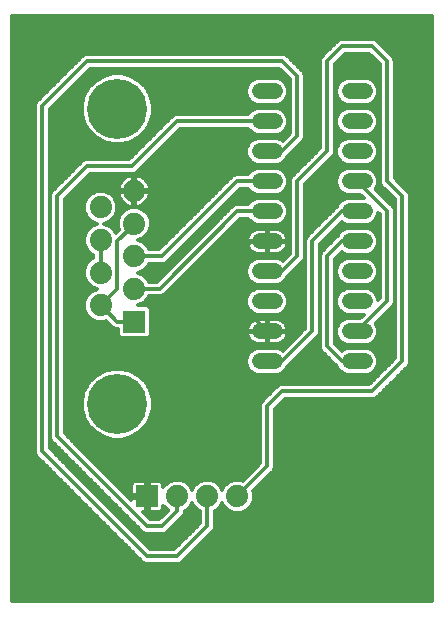
<source format=gbl>
G75*
%MOIN*%
%OFA0B0*%
%FSLAX25Y25*%
%IPPOS*%
%LPD*%
%AMOC8*
5,1,8,0,0,1.08239X$1,22.5*
%
%ADD10C,0.05200*%
%ADD11R,0.07400X0.07400*%
%ADD12C,0.07400*%
%ADD13C,0.20000*%
%ADD14C,0.01200*%
D10*
X0111032Y0175000D02*
X0116232Y0175000D01*
X0116232Y0185000D02*
X0111032Y0185000D01*
X0111032Y0195000D02*
X0116232Y0195000D01*
X0116232Y0205000D02*
X0111032Y0205000D01*
X0111032Y0215000D02*
X0116232Y0215000D01*
X0116232Y0225000D02*
X0111032Y0225000D01*
X0111032Y0235000D02*
X0116232Y0235000D01*
X0116232Y0245000D02*
X0111032Y0245000D01*
X0111032Y0255000D02*
X0116232Y0255000D01*
X0116232Y0265000D02*
X0111032Y0265000D01*
X0141032Y0265000D02*
X0146232Y0265000D01*
X0146232Y0255000D02*
X0141032Y0255000D01*
X0141032Y0245000D02*
X0146232Y0245000D01*
X0146232Y0235000D02*
X0141032Y0235000D01*
X0141032Y0225000D02*
X0146232Y0225000D01*
X0146232Y0215000D02*
X0141032Y0215000D01*
X0141032Y0205000D02*
X0146232Y0205000D01*
X0146232Y0195000D02*
X0141032Y0195000D01*
X0141032Y0185000D02*
X0146232Y0185000D01*
X0146232Y0175000D02*
X0141032Y0175000D01*
D11*
X0069223Y0188189D03*
X0073632Y0130000D03*
D12*
X0083632Y0130000D03*
X0093632Y0130000D03*
X0103632Y0130000D03*
X0058042Y0193661D03*
X0069223Y0199094D03*
X0058042Y0204567D03*
X0069223Y0210000D03*
X0058042Y0215433D03*
X0069223Y0220906D03*
X0058042Y0226339D03*
X0069223Y0231811D03*
D13*
X0063632Y0259213D03*
X0063632Y0160787D03*
D14*
X0028632Y0095000D02*
X0028632Y0290000D01*
X0168632Y0290000D01*
X0168632Y0095000D01*
X0028632Y0095000D01*
X0028632Y0095881D02*
X0168632Y0095881D01*
X0168632Y0097079D02*
X0028632Y0097079D01*
X0028632Y0098278D02*
X0168632Y0098278D01*
X0168632Y0099476D02*
X0028632Y0099476D01*
X0028632Y0100675D02*
X0168632Y0100675D01*
X0168632Y0101873D02*
X0028632Y0101873D01*
X0028632Y0103072D02*
X0168632Y0103072D01*
X0168632Y0104270D02*
X0028632Y0104270D01*
X0028632Y0105469D02*
X0168632Y0105469D01*
X0168632Y0106668D02*
X0028632Y0106668D01*
X0028632Y0107866D02*
X0072513Y0107866D01*
X0072273Y0107965D02*
X0073155Y0107600D01*
X0084110Y0107600D01*
X0084992Y0107965D01*
X0094992Y0117965D01*
X0095667Y0118641D01*
X0096032Y0119523D01*
X0096032Y0125041D01*
X0096748Y0125337D01*
X0098295Y0126884D01*
X0098632Y0127699D01*
X0098970Y0126884D01*
X0100517Y0125337D01*
X0102538Y0124500D01*
X0104726Y0124500D01*
X0106748Y0125337D01*
X0108295Y0126884D01*
X0109132Y0128906D01*
X0109132Y0131094D01*
X0108836Y0131810D01*
X0115667Y0138641D01*
X0116032Y0139523D01*
X0116032Y0159006D01*
X0119626Y0162600D01*
X0149110Y0162600D01*
X0149992Y0162965D01*
X0150667Y0163641D01*
X0160667Y0173641D01*
X0161032Y0174523D01*
X0161032Y0230477D01*
X0160667Y0231359D01*
X0159992Y0232035D01*
X0156032Y0235994D01*
X0156032Y0275477D01*
X0155667Y0276359D01*
X0154992Y0277035D01*
X0149992Y0282035D01*
X0149110Y0282400D01*
X0138155Y0282400D01*
X0137273Y0282035D01*
X0136598Y0281359D01*
X0131598Y0276359D01*
X0131232Y0275477D01*
X0131232Y0245994D01*
X0121598Y0236359D01*
X0121232Y0235477D01*
X0121232Y0210994D01*
X0118846Y0208608D01*
X0118725Y0208730D01*
X0117107Y0209400D01*
X0110157Y0209400D01*
X0108540Y0208730D01*
X0107302Y0207492D01*
X0106632Y0205875D01*
X0106632Y0204125D01*
X0107302Y0202508D01*
X0108540Y0201270D01*
X0110157Y0200600D01*
X0117107Y0200600D01*
X0118725Y0201270D01*
X0119962Y0202508D01*
X0120265Y0203239D01*
X0124992Y0207965D01*
X0125667Y0208641D01*
X0126032Y0209523D01*
X0126032Y0234006D01*
X0134992Y0242965D01*
X0135667Y0243641D01*
X0136032Y0244523D01*
X0136032Y0274006D01*
X0139626Y0277600D01*
X0147638Y0277600D01*
X0151232Y0274006D01*
X0151232Y0234523D01*
X0151598Y0233641D01*
X0156232Y0229006D01*
X0156232Y0175994D01*
X0147638Y0167400D01*
X0118155Y0167400D01*
X0117273Y0167035D01*
X0112273Y0162035D01*
X0111598Y0161359D01*
X0111232Y0160477D01*
X0111232Y0140994D01*
X0105442Y0135204D01*
X0104726Y0135500D01*
X0102538Y0135500D01*
X0100517Y0134663D01*
X0098970Y0133115D01*
X0098632Y0132301D01*
X0098295Y0133115D01*
X0096748Y0134663D01*
X0094726Y0135500D01*
X0092538Y0135500D01*
X0090517Y0134663D01*
X0088970Y0133115D01*
X0088632Y0132301D01*
X0088295Y0133115D01*
X0086748Y0134663D01*
X0084726Y0135500D01*
X0082538Y0135500D01*
X0080517Y0134663D01*
X0078970Y0133115D01*
X0078932Y0133025D01*
X0078932Y0133911D01*
X0078823Y0134318D01*
X0078613Y0134682D01*
X0078315Y0134980D01*
X0077950Y0135191D01*
X0077543Y0135300D01*
X0074032Y0135300D01*
X0074032Y0130400D01*
X0073232Y0130400D01*
X0073232Y0129600D01*
X0068332Y0129600D01*
X0068332Y0128694D01*
X0046032Y0150994D01*
X0046032Y0229006D01*
X0054626Y0237600D01*
X0069110Y0237600D01*
X0069992Y0237965D01*
X0084626Y0252600D01*
X0107264Y0252600D01*
X0107302Y0252508D01*
X0108540Y0251270D01*
X0110157Y0250600D01*
X0117107Y0250600D01*
X0118725Y0251270D01*
X0119962Y0252508D01*
X0120632Y0254125D01*
X0120632Y0255875D01*
X0119962Y0257492D01*
X0118725Y0258730D01*
X0117107Y0259400D01*
X0110157Y0259400D01*
X0108540Y0258730D01*
X0107302Y0257492D01*
X0107264Y0257400D01*
X0083155Y0257400D01*
X0082273Y0257035D01*
X0067638Y0242400D01*
X0053155Y0242400D01*
X0052273Y0242035D01*
X0042273Y0232035D01*
X0042273Y0232035D01*
X0041598Y0231359D01*
X0041232Y0230477D01*
X0041232Y0149523D01*
X0041598Y0148641D01*
X0071598Y0118641D01*
X0072273Y0117965D01*
X0073155Y0117600D01*
X0079110Y0117600D01*
X0079992Y0117965D01*
X0084992Y0122965D01*
X0085667Y0123641D01*
X0086032Y0124523D01*
X0086032Y0125041D01*
X0086748Y0125337D01*
X0088295Y0126884D01*
X0088632Y0127699D01*
X0088970Y0126884D01*
X0090517Y0125337D01*
X0091232Y0125041D01*
X0091232Y0120994D01*
X0082638Y0112400D01*
X0074626Y0112400D01*
X0041032Y0145994D01*
X0041032Y0259006D01*
X0054626Y0272600D01*
X0117638Y0272600D01*
X0121232Y0269006D01*
X0121232Y0250994D01*
X0118846Y0248608D01*
X0118725Y0248730D01*
X0117107Y0249400D01*
X0110157Y0249400D01*
X0108540Y0248730D01*
X0107302Y0247492D01*
X0106632Y0245875D01*
X0106632Y0244125D01*
X0107302Y0242508D01*
X0108540Y0241270D01*
X0110157Y0240600D01*
X0117107Y0240600D01*
X0118725Y0241270D01*
X0119962Y0242508D01*
X0120265Y0243239D01*
X0124992Y0247965D01*
X0125667Y0248641D01*
X0126032Y0249523D01*
X0126032Y0270477D01*
X0125667Y0271359D01*
X0120667Y0276359D01*
X0119992Y0277035D01*
X0119110Y0277400D01*
X0053155Y0277400D01*
X0052273Y0277035D01*
X0037273Y0262035D01*
X0036598Y0261359D01*
X0036232Y0260477D01*
X0036232Y0144523D01*
X0036598Y0143641D01*
X0071598Y0108641D01*
X0072273Y0107965D01*
X0071174Y0109065D02*
X0028632Y0109065D01*
X0028632Y0110263D02*
X0069975Y0110263D01*
X0068777Y0111462D02*
X0028632Y0111462D01*
X0028632Y0112660D02*
X0067578Y0112660D01*
X0066380Y0113859D02*
X0028632Y0113859D01*
X0028632Y0115057D02*
X0065181Y0115057D01*
X0063983Y0116256D02*
X0028632Y0116256D01*
X0028632Y0117454D02*
X0062784Y0117454D01*
X0061586Y0118653D02*
X0028632Y0118653D01*
X0028632Y0119851D02*
X0060387Y0119851D01*
X0059189Y0121050D02*
X0028632Y0121050D01*
X0028632Y0122248D02*
X0057990Y0122248D01*
X0056791Y0123447D02*
X0028632Y0123447D01*
X0028632Y0124645D02*
X0055593Y0124645D01*
X0054394Y0125844D02*
X0028632Y0125844D01*
X0028632Y0127042D02*
X0053196Y0127042D01*
X0051997Y0128241D02*
X0028632Y0128241D01*
X0028632Y0129439D02*
X0050799Y0129439D01*
X0049600Y0130638D02*
X0028632Y0130638D01*
X0028632Y0131836D02*
X0048402Y0131836D01*
X0047203Y0133035D02*
X0028632Y0133035D01*
X0028632Y0134233D02*
X0046005Y0134233D01*
X0044806Y0135432D02*
X0028632Y0135432D01*
X0028632Y0136630D02*
X0043608Y0136630D01*
X0042409Y0137829D02*
X0028632Y0137829D01*
X0028632Y0139027D02*
X0041211Y0139027D01*
X0040012Y0140226D02*
X0028632Y0140226D01*
X0028632Y0141424D02*
X0038814Y0141424D01*
X0037615Y0142623D02*
X0028632Y0142623D01*
X0028632Y0143821D02*
X0036523Y0143821D01*
X0036232Y0145020D02*
X0028632Y0145020D01*
X0028632Y0146218D02*
X0036232Y0146218D01*
X0036232Y0147417D02*
X0028632Y0147417D01*
X0028632Y0148615D02*
X0036232Y0148615D01*
X0036232Y0149814D02*
X0028632Y0149814D01*
X0028632Y0151012D02*
X0036232Y0151012D01*
X0036232Y0152211D02*
X0028632Y0152211D01*
X0028632Y0153409D02*
X0036232Y0153409D01*
X0036232Y0154608D02*
X0028632Y0154608D01*
X0028632Y0155806D02*
X0036232Y0155806D01*
X0036232Y0157005D02*
X0028632Y0157005D01*
X0028632Y0158203D02*
X0036232Y0158203D01*
X0036232Y0159402D02*
X0028632Y0159402D01*
X0028632Y0160601D02*
X0036232Y0160601D01*
X0036232Y0161799D02*
X0028632Y0161799D01*
X0028632Y0162998D02*
X0036232Y0162998D01*
X0036232Y0164196D02*
X0028632Y0164196D01*
X0028632Y0165395D02*
X0036232Y0165395D01*
X0036232Y0166593D02*
X0028632Y0166593D01*
X0028632Y0167792D02*
X0036232Y0167792D01*
X0036232Y0168990D02*
X0028632Y0168990D01*
X0028632Y0170189D02*
X0036232Y0170189D01*
X0036232Y0171387D02*
X0028632Y0171387D01*
X0028632Y0172586D02*
X0036232Y0172586D01*
X0036232Y0173784D02*
X0028632Y0173784D01*
X0028632Y0174983D02*
X0036232Y0174983D01*
X0036232Y0176181D02*
X0028632Y0176181D01*
X0028632Y0177380D02*
X0036232Y0177380D01*
X0036232Y0178578D02*
X0028632Y0178578D01*
X0028632Y0179777D02*
X0036232Y0179777D01*
X0036232Y0180975D02*
X0028632Y0180975D01*
X0028632Y0182174D02*
X0036232Y0182174D01*
X0036232Y0183372D02*
X0028632Y0183372D01*
X0028632Y0184571D02*
X0036232Y0184571D01*
X0036232Y0185769D02*
X0028632Y0185769D01*
X0028632Y0186968D02*
X0036232Y0186968D01*
X0036232Y0188166D02*
X0028632Y0188166D01*
X0028632Y0189365D02*
X0036232Y0189365D01*
X0036232Y0190563D02*
X0028632Y0190563D01*
X0028632Y0191762D02*
X0036232Y0191762D01*
X0036232Y0192960D02*
X0028632Y0192960D01*
X0028632Y0194159D02*
X0036232Y0194159D01*
X0036232Y0195357D02*
X0028632Y0195357D01*
X0028632Y0196556D02*
X0036232Y0196556D01*
X0036232Y0197754D02*
X0028632Y0197754D01*
X0028632Y0198953D02*
X0036232Y0198953D01*
X0036232Y0200151D02*
X0028632Y0200151D01*
X0028632Y0201350D02*
X0036232Y0201350D01*
X0036232Y0202548D02*
X0028632Y0202548D01*
X0028632Y0203747D02*
X0036232Y0203747D01*
X0036232Y0204945D02*
X0028632Y0204945D01*
X0028632Y0206144D02*
X0036232Y0206144D01*
X0036232Y0207342D02*
X0028632Y0207342D01*
X0028632Y0208541D02*
X0036232Y0208541D01*
X0036232Y0209739D02*
X0028632Y0209739D01*
X0028632Y0210938D02*
X0036232Y0210938D01*
X0036232Y0212137D02*
X0028632Y0212137D01*
X0028632Y0213335D02*
X0036232Y0213335D01*
X0036232Y0214534D02*
X0028632Y0214534D01*
X0028632Y0215732D02*
X0036232Y0215732D01*
X0036232Y0216931D02*
X0028632Y0216931D01*
X0028632Y0218129D02*
X0036232Y0218129D01*
X0036232Y0219328D02*
X0028632Y0219328D01*
X0028632Y0220526D02*
X0036232Y0220526D01*
X0036232Y0221725D02*
X0028632Y0221725D01*
X0028632Y0222923D02*
X0036232Y0222923D01*
X0036232Y0224122D02*
X0028632Y0224122D01*
X0028632Y0225320D02*
X0036232Y0225320D01*
X0036232Y0226519D02*
X0028632Y0226519D01*
X0028632Y0227717D02*
X0036232Y0227717D01*
X0036232Y0228916D02*
X0028632Y0228916D01*
X0028632Y0230114D02*
X0036232Y0230114D01*
X0036232Y0231313D02*
X0028632Y0231313D01*
X0028632Y0232511D02*
X0036232Y0232511D01*
X0036232Y0233710D02*
X0028632Y0233710D01*
X0028632Y0234908D02*
X0036232Y0234908D01*
X0036232Y0236107D02*
X0028632Y0236107D01*
X0028632Y0237305D02*
X0036232Y0237305D01*
X0036232Y0238504D02*
X0028632Y0238504D01*
X0028632Y0239702D02*
X0036232Y0239702D01*
X0036232Y0240901D02*
X0028632Y0240901D01*
X0028632Y0242099D02*
X0036232Y0242099D01*
X0036232Y0243298D02*
X0028632Y0243298D01*
X0028632Y0244496D02*
X0036232Y0244496D01*
X0036232Y0245695D02*
X0028632Y0245695D01*
X0028632Y0246893D02*
X0036232Y0246893D01*
X0036232Y0248092D02*
X0028632Y0248092D01*
X0028632Y0249290D02*
X0036232Y0249290D01*
X0036232Y0250489D02*
X0028632Y0250489D01*
X0028632Y0251687D02*
X0036232Y0251687D01*
X0036232Y0252886D02*
X0028632Y0252886D01*
X0028632Y0254084D02*
X0036232Y0254084D01*
X0036232Y0255283D02*
X0028632Y0255283D01*
X0028632Y0256481D02*
X0036232Y0256481D01*
X0036232Y0257680D02*
X0028632Y0257680D01*
X0028632Y0258878D02*
X0036232Y0258878D01*
X0036232Y0260077D02*
X0028632Y0260077D01*
X0028632Y0261275D02*
X0036563Y0261275D01*
X0037712Y0262474D02*
X0028632Y0262474D01*
X0028632Y0263672D02*
X0038911Y0263672D01*
X0040109Y0264871D02*
X0028632Y0264871D01*
X0028632Y0266070D02*
X0041308Y0266070D01*
X0042506Y0267268D02*
X0028632Y0267268D01*
X0028632Y0268467D02*
X0043705Y0268467D01*
X0044903Y0269665D02*
X0028632Y0269665D01*
X0028632Y0270864D02*
X0046102Y0270864D01*
X0047300Y0272062D02*
X0028632Y0272062D01*
X0028632Y0273261D02*
X0048499Y0273261D01*
X0049697Y0274459D02*
X0028632Y0274459D01*
X0028632Y0275658D02*
X0050896Y0275658D01*
X0052094Y0276856D02*
X0028632Y0276856D01*
X0028632Y0278055D02*
X0133293Y0278055D01*
X0134491Y0279253D02*
X0028632Y0279253D01*
X0028632Y0280452D02*
X0135690Y0280452D01*
X0136888Y0281650D02*
X0028632Y0281650D01*
X0028632Y0282849D02*
X0168632Y0282849D01*
X0168632Y0284047D02*
X0028632Y0284047D01*
X0028632Y0285246D02*
X0168632Y0285246D01*
X0168632Y0286444D02*
X0028632Y0286444D01*
X0028632Y0287643D02*
X0168632Y0287643D01*
X0168632Y0288841D02*
X0028632Y0288841D01*
X0053632Y0275000D02*
X0038632Y0260000D01*
X0038632Y0145000D01*
X0073632Y0110000D01*
X0083632Y0110000D01*
X0093632Y0120000D01*
X0093632Y0130000D01*
X0090010Y0125844D02*
X0087254Y0125844D01*
X0088360Y0127042D02*
X0088904Y0127042D01*
X0091232Y0124645D02*
X0086032Y0124645D01*
X0085473Y0123447D02*
X0091232Y0123447D01*
X0091232Y0122248D02*
X0084275Y0122248D01*
X0083076Y0121050D02*
X0091232Y0121050D01*
X0090089Y0119851D02*
X0081878Y0119851D01*
X0080679Y0118653D02*
X0088891Y0118653D01*
X0087692Y0117454D02*
X0069572Y0117454D01*
X0068374Y0118653D02*
X0071586Y0118653D01*
X0070387Y0119851D02*
X0067175Y0119851D01*
X0065977Y0121050D02*
X0069189Y0121050D01*
X0067990Y0122248D02*
X0064778Y0122248D01*
X0063580Y0123447D02*
X0066791Y0123447D01*
X0065593Y0124645D02*
X0062381Y0124645D01*
X0061183Y0125844D02*
X0064394Y0125844D01*
X0063196Y0127042D02*
X0059984Y0127042D01*
X0058786Y0128241D02*
X0061997Y0128241D01*
X0060799Y0129439D02*
X0057587Y0129439D01*
X0056389Y0130638D02*
X0059600Y0130638D01*
X0058402Y0131836D02*
X0055190Y0131836D01*
X0053992Y0133035D02*
X0057203Y0133035D01*
X0056005Y0134233D02*
X0052793Y0134233D01*
X0051595Y0135432D02*
X0054806Y0135432D01*
X0053608Y0136630D02*
X0050396Y0136630D01*
X0049198Y0137829D02*
X0052409Y0137829D01*
X0051211Y0139027D02*
X0047999Y0139027D01*
X0046801Y0140226D02*
X0050012Y0140226D01*
X0048814Y0141424D02*
X0045602Y0141424D01*
X0044404Y0142623D02*
X0047615Y0142623D01*
X0046417Y0143821D02*
X0043205Y0143821D01*
X0042007Y0145020D02*
X0045218Y0145020D01*
X0044020Y0146218D02*
X0041032Y0146218D01*
X0041032Y0147417D02*
X0042821Y0147417D01*
X0041623Y0148615D02*
X0041032Y0148615D01*
X0041032Y0149814D02*
X0041232Y0149814D01*
X0041232Y0151012D02*
X0041032Y0151012D01*
X0041032Y0152211D02*
X0041232Y0152211D01*
X0041232Y0153409D02*
X0041032Y0153409D01*
X0041032Y0154608D02*
X0041232Y0154608D01*
X0041232Y0155806D02*
X0041032Y0155806D01*
X0041032Y0157005D02*
X0041232Y0157005D01*
X0041232Y0158203D02*
X0041032Y0158203D01*
X0041032Y0159402D02*
X0041232Y0159402D01*
X0041232Y0160601D02*
X0041032Y0160601D01*
X0041032Y0161799D02*
X0041232Y0161799D01*
X0041232Y0162998D02*
X0041032Y0162998D01*
X0041032Y0164196D02*
X0041232Y0164196D01*
X0041232Y0165395D02*
X0041032Y0165395D01*
X0041032Y0166593D02*
X0041232Y0166593D01*
X0041232Y0167792D02*
X0041032Y0167792D01*
X0041032Y0168990D02*
X0041232Y0168990D01*
X0041232Y0170189D02*
X0041032Y0170189D01*
X0041032Y0171387D02*
X0041232Y0171387D01*
X0041232Y0172586D02*
X0041032Y0172586D01*
X0041032Y0173784D02*
X0041232Y0173784D01*
X0041232Y0174983D02*
X0041032Y0174983D01*
X0041032Y0176181D02*
X0041232Y0176181D01*
X0041232Y0177380D02*
X0041032Y0177380D01*
X0041032Y0178578D02*
X0041232Y0178578D01*
X0041232Y0179777D02*
X0041032Y0179777D01*
X0041032Y0180975D02*
X0041232Y0180975D01*
X0041232Y0182174D02*
X0041032Y0182174D01*
X0041032Y0183372D02*
X0041232Y0183372D01*
X0041232Y0184571D02*
X0041032Y0184571D01*
X0041032Y0185769D02*
X0041232Y0185769D01*
X0041232Y0186968D02*
X0041032Y0186968D01*
X0041032Y0188166D02*
X0041232Y0188166D01*
X0041232Y0189365D02*
X0041032Y0189365D01*
X0041032Y0190563D02*
X0041232Y0190563D01*
X0041232Y0191762D02*
X0041032Y0191762D01*
X0041032Y0192960D02*
X0041232Y0192960D01*
X0041232Y0194159D02*
X0041032Y0194159D01*
X0041032Y0195357D02*
X0041232Y0195357D01*
X0041232Y0196556D02*
X0041032Y0196556D01*
X0041032Y0197754D02*
X0041232Y0197754D01*
X0041232Y0198953D02*
X0041032Y0198953D01*
X0041032Y0200151D02*
X0041232Y0200151D01*
X0041232Y0201350D02*
X0041032Y0201350D01*
X0041032Y0202548D02*
X0041232Y0202548D01*
X0041232Y0203747D02*
X0041032Y0203747D01*
X0041032Y0204945D02*
X0041232Y0204945D01*
X0041232Y0206144D02*
X0041032Y0206144D01*
X0041032Y0207342D02*
X0041232Y0207342D01*
X0041232Y0208541D02*
X0041032Y0208541D01*
X0041032Y0209739D02*
X0041232Y0209739D01*
X0041232Y0210938D02*
X0041032Y0210938D01*
X0041032Y0212137D02*
X0041232Y0212137D01*
X0041232Y0213335D02*
X0041032Y0213335D01*
X0041032Y0214534D02*
X0041232Y0214534D01*
X0041232Y0215732D02*
X0041032Y0215732D01*
X0041032Y0216931D02*
X0041232Y0216931D01*
X0041232Y0218129D02*
X0041032Y0218129D01*
X0041032Y0219328D02*
X0041232Y0219328D01*
X0041232Y0220526D02*
X0041032Y0220526D01*
X0041032Y0221725D02*
X0041232Y0221725D01*
X0041232Y0222923D02*
X0041032Y0222923D01*
X0041032Y0224122D02*
X0041232Y0224122D01*
X0041232Y0225320D02*
X0041032Y0225320D01*
X0041032Y0226519D02*
X0041232Y0226519D01*
X0041232Y0227717D02*
X0041032Y0227717D01*
X0041032Y0228916D02*
X0041232Y0228916D01*
X0041232Y0230114D02*
X0041032Y0230114D01*
X0041032Y0231313D02*
X0041578Y0231313D01*
X0041032Y0232511D02*
X0042749Y0232511D01*
X0043948Y0233710D02*
X0041032Y0233710D01*
X0041032Y0234908D02*
X0045146Y0234908D01*
X0046345Y0236107D02*
X0041032Y0236107D01*
X0041032Y0237305D02*
X0047543Y0237305D01*
X0048742Y0238504D02*
X0041032Y0238504D01*
X0041032Y0239702D02*
X0049940Y0239702D01*
X0051139Y0240901D02*
X0041032Y0240901D01*
X0041032Y0242099D02*
X0052429Y0242099D01*
X0053632Y0240000D02*
X0043632Y0230000D01*
X0043632Y0150000D01*
X0073632Y0120000D01*
X0078632Y0120000D01*
X0083632Y0125000D01*
X0083632Y0130000D01*
X0080010Y0125844D02*
X0078866Y0125844D01*
X0078823Y0125682D02*
X0078932Y0126089D01*
X0078932Y0126975D01*
X0078970Y0126884D01*
X0080517Y0125337D01*
X0080558Y0125320D01*
X0077638Y0122400D01*
X0074626Y0122400D01*
X0072326Y0124700D01*
X0073232Y0124700D01*
X0073232Y0129600D01*
X0074032Y0129600D01*
X0074032Y0124700D01*
X0077543Y0124700D01*
X0077950Y0124809D01*
X0078315Y0125020D01*
X0078613Y0125318D01*
X0078823Y0125682D01*
X0079883Y0124645D02*
X0072381Y0124645D01*
X0073232Y0125844D02*
X0074032Y0125844D01*
X0074032Y0127042D02*
X0073232Y0127042D01*
X0073232Y0128241D02*
X0074032Y0128241D01*
X0074032Y0129439D02*
X0073232Y0129439D01*
X0073632Y0130000D02*
X0073632Y0145000D01*
X0078632Y0150000D01*
X0078632Y0180000D01*
X0098632Y0195000D01*
X0103632Y0195000D01*
X0103632Y0210000D01*
X0108632Y0215000D01*
X0113632Y0215000D01*
X0113432Y0215200D02*
X0113432Y0214800D01*
X0106832Y0214800D01*
X0106832Y0214669D01*
X0106936Y0214016D01*
X0107140Y0213388D01*
X0107440Y0212799D01*
X0107829Y0212264D01*
X0108296Y0211796D01*
X0108831Y0211408D01*
X0109420Y0211108D01*
X0110049Y0210903D01*
X0110702Y0210800D01*
X0113432Y0210800D01*
X0113432Y0214800D01*
X0113832Y0214800D01*
X0113832Y0210800D01*
X0116563Y0210800D01*
X0117216Y0210903D01*
X0117845Y0211108D01*
X0118434Y0211408D01*
X0118968Y0211796D01*
X0119436Y0212264D01*
X0119824Y0212799D01*
X0120125Y0213388D01*
X0120329Y0214016D01*
X0120432Y0214669D01*
X0120432Y0214800D01*
X0113832Y0214800D01*
X0113832Y0215200D01*
X0113432Y0215200D01*
X0106832Y0215200D01*
X0106832Y0215331D01*
X0106936Y0215984D01*
X0107140Y0216612D01*
X0107440Y0217201D01*
X0107829Y0217736D01*
X0108296Y0218204D01*
X0108831Y0218592D01*
X0109420Y0218892D01*
X0110049Y0219097D01*
X0110702Y0219200D01*
X0113432Y0219200D01*
X0113432Y0215200D01*
X0113832Y0215200D02*
X0113832Y0219200D01*
X0116563Y0219200D01*
X0117216Y0219097D01*
X0117845Y0218892D01*
X0118434Y0218592D01*
X0118968Y0218204D01*
X0119436Y0217736D01*
X0119824Y0217201D01*
X0120125Y0216612D01*
X0120329Y0215984D01*
X0120432Y0215331D01*
X0120432Y0215200D01*
X0113832Y0215200D01*
X0113832Y0215732D02*
X0113432Y0215732D01*
X0113432Y0214534D02*
X0113832Y0214534D01*
X0113832Y0213335D02*
X0113432Y0213335D01*
X0113432Y0212137D02*
X0113832Y0212137D01*
X0113832Y0210938D02*
X0113432Y0210938D01*
X0109942Y0210938D02*
X0092964Y0210938D01*
X0091766Y0209739D02*
X0119978Y0209739D01*
X0121176Y0210938D02*
X0117322Y0210938D01*
X0119308Y0212137D02*
X0121232Y0212137D01*
X0121232Y0213335D02*
X0120098Y0213335D01*
X0120411Y0214534D02*
X0121232Y0214534D01*
X0121232Y0215732D02*
X0120369Y0215732D01*
X0119962Y0216931D02*
X0121232Y0216931D01*
X0121232Y0218129D02*
X0119043Y0218129D01*
X0121232Y0219328D02*
X0101354Y0219328D01*
X0102552Y0220526D02*
X0121232Y0220526D01*
X0121232Y0221725D02*
X0119179Y0221725D01*
X0118725Y0221270D02*
X0119962Y0222508D01*
X0120632Y0224125D01*
X0120632Y0225875D01*
X0119962Y0227492D01*
X0118725Y0228730D01*
X0117107Y0229400D01*
X0110157Y0229400D01*
X0108540Y0228730D01*
X0107302Y0227492D01*
X0107264Y0227400D01*
X0103155Y0227400D01*
X0102273Y0227035D01*
X0101598Y0226359D01*
X0076733Y0201494D01*
X0074182Y0201494D01*
X0073885Y0202210D01*
X0072338Y0203757D01*
X0070431Y0204547D01*
X0072338Y0205337D01*
X0073885Y0206884D01*
X0074182Y0207600D01*
X0079110Y0207600D01*
X0079992Y0207965D01*
X0104626Y0232600D01*
X0107264Y0232600D01*
X0107302Y0232508D01*
X0108540Y0231270D01*
X0110157Y0230600D01*
X0117107Y0230600D01*
X0118725Y0231270D01*
X0119962Y0232508D01*
X0120632Y0234125D01*
X0120632Y0235875D01*
X0119962Y0237492D01*
X0118725Y0238730D01*
X0117107Y0239400D01*
X0110157Y0239400D01*
X0108540Y0238730D01*
X0107302Y0237492D01*
X0107264Y0237400D01*
X0103155Y0237400D01*
X0102273Y0237035D01*
X0101598Y0236359D01*
X0077638Y0212400D01*
X0074182Y0212400D01*
X0073885Y0213115D01*
X0072338Y0214663D01*
X0070431Y0215453D01*
X0072338Y0216243D01*
X0073885Y0217790D01*
X0074723Y0219811D01*
X0074723Y0222000D01*
X0073885Y0224021D01*
X0072338Y0225568D01*
X0070317Y0226405D01*
X0068129Y0226405D01*
X0066107Y0225568D01*
X0064560Y0224021D01*
X0063723Y0222000D01*
X0063723Y0219811D01*
X0064111Y0218873D01*
X0063021Y0217783D01*
X0062704Y0218549D01*
X0061157Y0220096D01*
X0059250Y0220886D01*
X0061157Y0221676D01*
X0062704Y0223223D01*
X0063542Y0225245D01*
X0063542Y0227433D01*
X0062704Y0229454D01*
X0061157Y0231001D01*
X0059136Y0231839D01*
X0056948Y0231839D01*
X0054926Y0231001D01*
X0053379Y0229454D01*
X0052542Y0227433D01*
X0052542Y0225245D01*
X0053379Y0223223D01*
X0054926Y0221676D01*
X0056834Y0220886D01*
X0054926Y0220096D01*
X0053379Y0218549D01*
X0052542Y0216527D01*
X0052542Y0214339D01*
X0053379Y0212318D01*
X0054926Y0210770D01*
X0055642Y0210474D01*
X0055642Y0209526D01*
X0054926Y0209230D01*
X0053379Y0207682D01*
X0052542Y0205661D01*
X0052542Y0203473D01*
X0053379Y0201451D01*
X0054926Y0199904D01*
X0056834Y0199114D01*
X0054926Y0198324D01*
X0053379Y0196777D01*
X0052542Y0194755D01*
X0052542Y0192567D01*
X0053379Y0190546D01*
X0054926Y0188999D01*
X0056948Y0188161D01*
X0059136Y0188161D01*
X0059851Y0188458D01*
X0061480Y0186829D01*
X0062155Y0186154D01*
X0063037Y0185789D01*
X0063723Y0185789D01*
X0063723Y0183743D01*
X0064777Y0182689D01*
X0073668Y0182689D01*
X0074723Y0183743D01*
X0074723Y0192635D01*
X0073668Y0193689D01*
X0070545Y0193689D01*
X0072338Y0194432D01*
X0073885Y0195979D01*
X0074182Y0196694D01*
X0078204Y0196694D01*
X0079086Y0197060D01*
X0104626Y0222600D01*
X0107264Y0222600D01*
X0107302Y0222508D01*
X0108540Y0221270D01*
X0110157Y0220600D01*
X0117107Y0220600D01*
X0118725Y0221270D01*
X0120135Y0222923D02*
X0121232Y0222923D01*
X0121232Y0224122D02*
X0120631Y0224122D01*
X0120632Y0225320D02*
X0121232Y0225320D01*
X0121232Y0226519D02*
X0120366Y0226519D01*
X0119738Y0227717D02*
X0121232Y0227717D01*
X0121232Y0228916D02*
X0118277Y0228916D01*
X0118768Y0231313D02*
X0121232Y0231313D01*
X0121232Y0232511D02*
X0119964Y0232511D01*
X0120460Y0233710D02*
X0121232Y0233710D01*
X0121232Y0234908D02*
X0120632Y0234908D01*
X0120536Y0236107D02*
X0121493Y0236107D01*
X0122543Y0237305D02*
X0120040Y0237305D01*
X0118951Y0238504D02*
X0123742Y0238504D01*
X0124940Y0239702D02*
X0071729Y0239702D01*
X0072927Y0240901D02*
X0109431Y0240901D01*
X0107710Y0242099D02*
X0074126Y0242099D01*
X0075324Y0243298D02*
X0106975Y0243298D01*
X0106632Y0244496D02*
X0076523Y0244496D01*
X0077721Y0245695D02*
X0106632Y0245695D01*
X0107054Y0246893D02*
X0078920Y0246893D01*
X0080118Y0248092D02*
X0107902Y0248092D01*
X0109892Y0249290D02*
X0081317Y0249290D01*
X0082515Y0250489D02*
X0120727Y0250489D01*
X0121232Y0251687D02*
X0119142Y0251687D01*
X0120119Y0252886D02*
X0121232Y0252886D01*
X0121232Y0254084D02*
X0120616Y0254084D01*
X0120632Y0255283D02*
X0121232Y0255283D01*
X0121232Y0256481D02*
X0120381Y0256481D01*
X0119775Y0257680D02*
X0121232Y0257680D01*
X0121232Y0258878D02*
X0118367Y0258878D01*
X0117107Y0260600D02*
X0118725Y0261270D01*
X0119962Y0262508D01*
X0120632Y0264125D01*
X0120632Y0265875D01*
X0119962Y0267492D01*
X0118725Y0268730D01*
X0117107Y0269400D01*
X0110157Y0269400D01*
X0108540Y0268730D01*
X0107302Y0267492D01*
X0106632Y0265875D01*
X0106632Y0264125D01*
X0107302Y0262508D01*
X0108540Y0261270D01*
X0110157Y0260600D01*
X0117107Y0260600D01*
X0118730Y0261275D02*
X0121232Y0261275D01*
X0121232Y0260077D02*
X0075432Y0260077D01*
X0075432Y0260766D02*
X0074628Y0263767D01*
X0073075Y0266458D01*
X0070878Y0268655D01*
X0068187Y0270208D01*
X0065186Y0271013D01*
X0062079Y0271013D01*
X0059078Y0270208D01*
X0056387Y0268655D01*
X0054190Y0266458D01*
X0052636Y0263767D01*
X0051832Y0260766D01*
X0051832Y0257659D01*
X0052636Y0254658D01*
X0054190Y0251967D01*
X0056387Y0249770D01*
X0059078Y0248217D01*
X0062079Y0247413D01*
X0065186Y0247413D01*
X0068187Y0248217D01*
X0070878Y0249770D01*
X0073075Y0251967D01*
X0074628Y0254658D01*
X0075432Y0257659D01*
X0075432Y0260766D01*
X0075296Y0261275D02*
X0108534Y0261275D01*
X0107336Y0262474D02*
X0074975Y0262474D01*
X0074654Y0263672D02*
X0106820Y0263672D01*
X0106632Y0264871D02*
X0073991Y0264871D01*
X0073299Y0266070D02*
X0106713Y0266070D01*
X0107209Y0267268D02*
X0072265Y0267268D01*
X0071066Y0268467D02*
X0108276Y0268467D01*
X0118176Y0272062D02*
X0054088Y0272062D01*
X0052890Y0270864D02*
X0061523Y0270864D01*
X0058136Y0269665D02*
X0051691Y0269665D01*
X0050493Y0268467D02*
X0056199Y0268467D01*
X0055000Y0267268D02*
X0049294Y0267268D01*
X0048096Y0266070D02*
X0053966Y0266070D01*
X0053274Y0264871D02*
X0046897Y0264871D01*
X0045699Y0263672D02*
X0052611Y0263672D01*
X0052290Y0262474D02*
X0044500Y0262474D01*
X0043302Y0261275D02*
X0051969Y0261275D01*
X0051832Y0260077D02*
X0042103Y0260077D01*
X0041032Y0258878D02*
X0051832Y0258878D01*
X0051832Y0257680D02*
X0041032Y0257680D01*
X0041032Y0256481D02*
X0052148Y0256481D01*
X0052469Y0255283D02*
X0041032Y0255283D01*
X0041032Y0254084D02*
X0052968Y0254084D01*
X0053660Y0252886D02*
X0041032Y0252886D01*
X0041032Y0251687D02*
X0054470Y0251687D01*
X0055668Y0250489D02*
X0041032Y0250489D01*
X0041032Y0249290D02*
X0057218Y0249290D01*
X0059544Y0248092D02*
X0041032Y0248092D01*
X0041032Y0246893D02*
X0072132Y0246893D01*
X0073330Y0248092D02*
X0067721Y0248092D01*
X0070046Y0249290D02*
X0074529Y0249290D01*
X0075727Y0250489D02*
X0071596Y0250489D01*
X0072795Y0251687D02*
X0076926Y0251687D01*
X0078124Y0252886D02*
X0073605Y0252886D01*
X0074297Y0254084D02*
X0079323Y0254084D01*
X0080521Y0255283D02*
X0074796Y0255283D01*
X0075117Y0256481D02*
X0081720Y0256481D01*
X0083632Y0255000D02*
X0068632Y0240000D01*
X0053632Y0240000D01*
X0054332Y0237305D02*
X0102926Y0237305D01*
X0101345Y0236107D02*
X0072327Y0236107D01*
X0072001Y0236344D02*
X0071257Y0236723D01*
X0070464Y0236981D01*
X0069640Y0237111D01*
X0069623Y0237111D01*
X0069623Y0232211D01*
X0074523Y0232211D01*
X0074523Y0232228D01*
X0074392Y0233052D01*
X0074135Y0233846D01*
X0073756Y0234589D01*
X0073265Y0235264D01*
X0072676Y0235854D01*
X0072001Y0236344D01*
X0073524Y0234908D02*
X0100146Y0234908D01*
X0098948Y0233710D02*
X0074179Y0233710D01*
X0074478Y0232511D02*
X0097749Y0232511D01*
X0096551Y0231313D02*
X0074510Y0231313D01*
X0074523Y0231394D02*
X0074392Y0230570D01*
X0074135Y0229777D01*
X0073756Y0229033D01*
X0073265Y0228358D01*
X0072676Y0227768D01*
X0072001Y0227278D01*
X0071257Y0226899D01*
X0070464Y0226642D01*
X0069640Y0226511D01*
X0069623Y0226511D01*
X0069623Y0231411D01*
X0069623Y0232211D01*
X0068823Y0232211D01*
X0068823Y0237111D01*
X0068806Y0237111D01*
X0067982Y0236981D01*
X0067188Y0236723D01*
X0066445Y0236344D01*
X0065770Y0235854D01*
X0065180Y0235264D01*
X0064690Y0234589D01*
X0064311Y0233846D01*
X0064053Y0233052D01*
X0063923Y0232228D01*
X0063923Y0232211D01*
X0068823Y0232211D01*
X0068823Y0231411D01*
X0069623Y0231411D01*
X0074523Y0231411D01*
X0074523Y0231394D01*
X0074244Y0230114D02*
X0095352Y0230114D01*
X0094154Y0228916D02*
X0073670Y0228916D01*
X0072605Y0227717D02*
X0092955Y0227717D01*
X0091757Y0226519D02*
X0069688Y0226519D01*
X0069623Y0226519D02*
X0068823Y0226519D01*
X0068823Y0226511D02*
X0068823Y0231411D01*
X0063923Y0231411D01*
X0063923Y0231394D01*
X0064053Y0230570D01*
X0064311Y0229777D01*
X0064690Y0229033D01*
X0065180Y0228358D01*
X0065770Y0227768D01*
X0066445Y0227278D01*
X0067188Y0226899D01*
X0067982Y0226642D01*
X0068806Y0226511D01*
X0068823Y0226511D01*
X0068758Y0226519D02*
X0063542Y0226519D01*
X0063542Y0225320D02*
X0065859Y0225320D01*
X0064661Y0224122D02*
X0063077Y0224122D01*
X0062404Y0222923D02*
X0064105Y0222923D01*
X0063723Y0221725D02*
X0061206Y0221725D01*
X0060118Y0220526D02*
X0063723Y0220526D01*
X0063923Y0219328D02*
X0061925Y0219328D01*
X0062878Y0218129D02*
X0063367Y0218129D01*
X0063632Y0215000D02*
X0063632Y0199252D01*
X0058042Y0193661D01*
X0063514Y0188189D01*
X0069223Y0188189D01*
X0074723Y0188166D02*
X0108259Y0188166D01*
X0108296Y0188204D02*
X0107829Y0187736D01*
X0107440Y0187201D01*
X0107140Y0186612D01*
X0106936Y0185984D01*
X0106832Y0185331D01*
X0106832Y0185200D01*
X0113432Y0185200D01*
X0113432Y0184800D01*
X0106832Y0184800D01*
X0106832Y0184669D01*
X0106936Y0184016D01*
X0107140Y0183388D01*
X0107440Y0182799D01*
X0107829Y0182264D01*
X0108296Y0181796D01*
X0108831Y0181408D01*
X0109420Y0181108D01*
X0110049Y0180903D01*
X0110702Y0180800D01*
X0113432Y0180800D01*
X0113432Y0184800D01*
X0113832Y0184800D01*
X0113832Y0180800D01*
X0116563Y0180800D01*
X0117216Y0180903D01*
X0117845Y0181108D01*
X0118434Y0181408D01*
X0118968Y0181796D01*
X0119436Y0182264D01*
X0119824Y0182799D01*
X0120125Y0183388D01*
X0120329Y0184016D01*
X0120432Y0184669D01*
X0120432Y0184800D01*
X0113832Y0184800D01*
X0113832Y0185200D01*
X0113432Y0185200D01*
X0113432Y0189200D01*
X0110702Y0189200D01*
X0110049Y0189097D01*
X0109420Y0188892D01*
X0108831Y0188592D01*
X0108296Y0188204D01*
X0107321Y0186968D02*
X0074723Y0186968D01*
X0074723Y0185769D02*
X0106902Y0185769D01*
X0106848Y0184571D02*
X0074723Y0184571D01*
X0074352Y0183372D02*
X0107148Y0183372D01*
X0107919Y0182174D02*
X0046032Y0182174D01*
X0046032Y0183372D02*
X0064094Y0183372D01*
X0063723Y0184571D02*
X0046032Y0184571D01*
X0046032Y0185769D02*
X0063723Y0185769D01*
X0061341Y0186968D02*
X0046032Y0186968D01*
X0046032Y0188166D02*
X0056936Y0188166D01*
X0059147Y0188166D02*
X0060143Y0188166D01*
X0054560Y0189365D02*
X0046032Y0189365D01*
X0046032Y0190563D02*
X0053372Y0190563D01*
X0052875Y0191762D02*
X0046032Y0191762D01*
X0046032Y0192960D02*
X0052542Y0192960D01*
X0052542Y0194159D02*
X0046032Y0194159D01*
X0046032Y0195357D02*
X0052791Y0195357D01*
X0053287Y0196556D02*
X0046032Y0196556D01*
X0046032Y0197754D02*
X0054357Y0197754D01*
X0056444Y0198953D02*
X0046032Y0198953D01*
X0046032Y0200151D02*
X0054679Y0200151D01*
X0053481Y0201350D02*
X0046032Y0201350D01*
X0046032Y0202548D02*
X0052925Y0202548D01*
X0052542Y0203747D02*
X0046032Y0203747D01*
X0046032Y0204945D02*
X0052542Y0204945D01*
X0052742Y0206144D02*
X0046032Y0206144D01*
X0046032Y0207342D02*
X0053238Y0207342D01*
X0054238Y0208541D02*
X0046032Y0208541D01*
X0046032Y0209739D02*
X0055642Y0209739D01*
X0054759Y0210938D02*
X0046032Y0210938D01*
X0046032Y0212137D02*
X0053560Y0212137D01*
X0052958Y0213335D02*
X0046032Y0213335D01*
X0046032Y0214534D02*
X0052542Y0214534D01*
X0052542Y0215732D02*
X0046032Y0215732D01*
X0046032Y0216931D02*
X0052709Y0216931D01*
X0053205Y0218129D02*
X0046032Y0218129D01*
X0046032Y0219328D02*
X0054158Y0219328D01*
X0055965Y0220526D02*
X0046032Y0220526D01*
X0046032Y0221725D02*
X0054878Y0221725D01*
X0053679Y0222923D02*
X0046032Y0222923D01*
X0046032Y0224122D02*
X0053007Y0224122D01*
X0052542Y0225320D02*
X0046032Y0225320D01*
X0046032Y0226519D02*
X0052542Y0226519D01*
X0052660Y0227717D02*
X0046032Y0227717D01*
X0046032Y0228916D02*
X0053156Y0228916D01*
X0054039Y0230114D02*
X0047141Y0230114D01*
X0048339Y0231313D02*
X0055678Y0231313D01*
X0055443Y0231811D02*
X0048632Y0225000D01*
X0048632Y0185000D01*
X0053632Y0180000D01*
X0078632Y0180000D01*
X0074723Y0189365D02*
X0126232Y0189365D01*
X0126232Y0190563D02*
X0074723Y0190563D01*
X0074723Y0191762D02*
X0108048Y0191762D01*
X0108540Y0191270D02*
X0110157Y0190600D01*
X0117107Y0190600D01*
X0118725Y0191270D01*
X0119962Y0192508D01*
X0120632Y0194125D01*
X0120632Y0195875D01*
X0119962Y0197492D01*
X0118725Y0198730D01*
X0117107Y0199400D01*
X0110157Y0199400D01*
X0108540Y0198730D01*
X0107302Y0197492D01*
X0106632Y0195875D01*
X0106632Y0194125D01*
X0107302Y0192508D01*
X0108540Y0191270D01*
X0107115Y0192960D02*
X0074397Y0192960D01*
X0073264Y0195357D02*
X0106632Y0195357D01*
X0106632Y0194159D02*
X0071679Y0194159D01*
X0074124Y0196556D02*
X0106914Y0196556D01*
X0107564Y0197754D02*
X0079781Y0197754D01*
X0080979Y0198953D02*
X0109078Y0198953D01*
X0108460Y0201350D02*
X0083376Y0201350D01*
X0082178Y0200151D02*
X0126232Y0200151D01*
X0126232Y0198953D02*
X0118187Y0198953D01*
X0119700Y0197754D02*
X0126232Y0197754D01*
X0126232Y0196556D02*
X0120350Y0196556D01*
X0120632Y0195357D02*
X0126232Y0195357D01*
X0126232Y0194159D02*
X0120632Y0194159D01*
X0120150Y0192960D02*
X0126232Y0192960D01*
X0126232Y0191762D02*
X0119217Y0191762D01*
X0117845Y0188892D02*
X0117216Y0189097D01*
X0116563Y0189200D01*
X0113832Y0189200D01*
X0113832Y0185200D01*
X0120432Y0185200D01*
X0120432Y0185331D01*
X0120329Y0185984D01*
X0120125Y0186612D01*
X0119824Y0187201D01*
X0119436Y0187736D01*
X0118968Y0188204D01*
X0118434Y0188592D01*
X0117845Y0188892D01*
X0119006Y0188166D02*
X0126232Y0188166D01*
X0126232Y0186968D02*
X0119943Y0186968D01*
X0120363Y0185769D02*
X0126007Y0185769D01*
X0126232Y0185994D02*
X0118846Y0178608D01*
X0118725Y0178730D01*
X0117107Y0179400D01*
X0110157Y0179400D01*
X0108540Y0178730D01*
X0107302Y0177492D01*
X0106632Y0175875D01*
X0106632Y0174125D01*
X0107302Y0172508D01*
X0108540Y0171270D01*
X0110157Y0170600D01*
X0117107Y0170600D01*
X0118725Y0171270D01*
X0119962Y0172508D01*
X0120265Y0173239D01*
X0129992Y0182965D01*
X0130667Y0183641D01*
X0131032Y0184523D01*
X0131032Y0214006D01*
X0138418Y0221392D01*
X0138540Y0221270D01*
X0140157Y0220600D01*
X0147107Y0220600D01*
X0148725Y0221270D01*
X0149962Y0222508D01*
X0150632Y0224125D01*
X0150632Y0224606D01*
X0151232Y0224006D01*
X0151232Y0195994D01*
X0150632Y0195394D01*
X0150632Y0195875D01*
X0149962Y0197492D01*
X0148725Y0198730D01*
X0147107Y0199400D01*
X0140157Y0199400D01*
X0138540Y0198730D01*
X0137302Y0197492D01*
X0136632Y0195875D01*
X0136632Y0194125D01*
X0137302Y0192508D01*
X0138540Y0191270D01*
X0140157Y0190600D01*
X0145838Y0190600D01*
X0144638Y0189400D01*
X0140157Y0189400D01*
X0138540Y0188730D01*
X0137302Y0187492D01*
X0136632Y0185875D01*
X0136632Y0184125D01*
X0137302Y0182508D01*
X0138540Y0181270D01*
X0140157Y0180600D01*
X0147107Y0180600D01*
X0148725Y0181270D01*
X0149962Y0182508D01*
X0150632Y0184125D01*
X0150632Y0185875D01*
X0149962Y0187492D01*
X0149741Y0187714D01*
X0154992Y0192965D01*
X0155667Y0193641D01*
X0156032Y0194523D01*
X0156032Y0225477D01*
X0155667Y0226359D01*
X0149741Y0232286D01*
X0149962Y0232508D01*
X0150632Y0234125D01*
X0150632Y0235875D01*
X0149962Y0237492D01*
X0148725Y0238730D01*
X0147107Y0239400D01*
X0140157Y0239400D01*
X0138540Y0238730D01*
X0137302Y0237492D01*
X0136632Y0235875D01*
X0136632Y0234125D01*
X0137302Y0232508D01*
X0138540Y0231270D01*
X0140157Y0230600D01*
X0144638Y0230600D01*
X0145838Y0229400D01*
X0140157Y0229400D01*
X0138540Y0228730D01*
X0137302Y0227492D01*
X0136999Y0226761D01*
X0136598Y0226359D01*
X0126598Y0216359D01*
X0126232Y0215477D01*
X0126232Y0185994D01*
X0124809Y0184571D02*
X0120417Y0184571D01*
X0120117Y0183372D02*
X0123610Y0183372D01*
X0122412Y0182174D02*
X0119346Y0182174D01*
X0121213Y0180975D02*
X0117437Y0180975D01*
X0120015Y0179777D02*
X0046032Y0179777D01*
X0046032Y0180975D02*
X0109828Y0180975D01*
X0108388Y0178578D02*
X0046032Y0178578D01*
X0046032Y0177380D02*
X0107255Y0177380D01*
X0106759Y0176181D02*
X0046032Y0176181D01*
X0046032Y0174983D02*
X0106632Y0174983D01*
X0106773Y0173784D02*
X0046032Y0173784D01*
X0046032Y0172586D02*
X0062072Y0172586D01*
X0062079Y0172587D02*
X0059078Y0171783D01*
X0056387Y0170230D01*
X0054190Y0168033D01*
X0052636Y0165342D01*
X0051832Y0162341D01*
X0051832Y0159234D01*
X0052636Y0156233D01*
X0054190Y0153542D01*
X0056387Y0151345D01*
X0059078Y0149792D01*
X0062079Y0148987D01*
X0065186Y0148987D01*
X0068187Y0149792D01*
X0070878Y0151345D01*
X0073075Y0153542D01*
X0074628Y0156233D01*
X0075432Y0159234D01*
X0075432Y0162341D01*
X0074628Y0165342D01*
X0073075Y0168033D01*
X0070878Y0170230D01*
X0068187Y0171783D01*
X0065186Y0172587D01*
X0062079Y0172587D01*
X0065192Y0172586D02*
X0107270Y0172586D01*
X0108423Y0171387D02*
X0068873Y0171387D01*
X0070919Y0170189D02*
X0150427Y0170189D01*
X0151625Y0171387D02*
X0148842Y0171387D01*
X0148725Y0171270D02*
X0149962Y0172508D01*
X0150632Y0174125D01*
X0150632Y0175875D01*
X0149962Y0177492D01*
X0148725Y0178730D01*
X0147107Y0179400D01*
X0140157Y0179400D01*
X0138540Y0178730D01*
X0138418Y0178608D01*
X0136032Y0180994D01*
X0136032Y0209006D01*
X0138418Y0211392D01*
X0138540Y0211270D01*
X0140157Y0210600D01*
X0147107Y0210600D01*
X0148725Y0211270D01*
X0149962Y0212508D01*
X0150632Y0214125D01*
X0150632Y0215875D01*
X0149962Y0217492D01*
X0148725Y0218730D01*
X0147107Y0219400D01*
X0140157Y0219400D01*
X0138540Y0218730D01*
X0137302Y0217492D01*
X0136999Y0216761D01*
X0136598Y0216359D01*
X0131598Y0211359D01*
X0131232Y0210477D01*
X0131232Y0179523D01*
X0131598Y0178641D01*
X0132273Y0177965D01*
X0136999Y0173239D01*
X0137302Y0172508D01*
X0138540Y0171270D01*
X0140157Y0170600D01*
X0147107Y0170600D01*
X0148725Y0171270D01*
X0149995Y0172586D02*
X0152824Y0172586D01*
X0154022Y0173784D02*
X0150491Y0173784D01*
X0150632Y0174983D02*
X0155221Y0174983D01*
X0156232Y0176181D02*
X0150506Y0176181D01*
X0150009Y0177380D02*
X0156232Y0177380D01*
X0156232Y0178578D02*
X0148877Y0178578D01*
X0148013Y0180975D02*
X0156232Y0180975D01*
X0156232Y0179777D02*
X0137250Y0179777D01*
X0136051Y0180975D02*
X0139251Y0180975D01*
X0137636Y0182174D02*
X0136032Y0182174D01*
X0136032Y0183372D02*
X0136944Y0183372D01*
X0136632Y0184571D02*
X0136032Y0184571D01*
X0136032Y0185769D02*
X0136632Y0185769D01*
X0137085Y0186968D02*
X0136032Y0186968D01*
X0136032Y0188166D02*
X0137976Y0188166D01*
X0136032Y0189365D02*
X0140072Y0189365D01*
X0138048Y0191762D02*
X0136032Y0191762D01*
X0136032Y0192960D02*
X0137115Y0192960D01*
X0136632Y0194159D02*
X0136032Y0194159D01*
X0136032Y0195357D02*
X0136632Y0195357D01*
X0136914Y0196556D02*
X0136032Y0196556D01*
X0136032Y0197754D02*
X0137564Y0197754D01*
X0139078Y0198953D02*
X0136032Y0198953D01*
X0136032Y0200151D02*
X0151232Y0200151D01*
X0151232Y0198953D02*
X0148187Y0198953D01*
X0149700Y0197754D02*
X0151232Y0197754D01*
X0151232Y0196556D02*
X0150350Y0196556D01*
X0153632Y0195000D02*
X0153632Y0225000D01*
X0143632Y0235000D01*
X0138313Y0238504D02*
X0130530Y0238504D01*
X0131729Y0239702D02*
X0151232Y0239702D01*
X0151232Y0238504D02*
X0148951Y0238504D01*
X0150040Y0237305D02*
X0151232Y0237305D01*
X0151232Y0236107D02*
X0150536Y0236107D01*
X0150632Y0234908D02*
X0151232Y0234908D01*
X0151569Y0233710D02*
X0150460Y0233710D01*
X0149964Y0232511D02*
X0152727Y0232511D01*
X0153925Y0231313D02*
X0150714Y0231313D01*
X0151912Y0230114D02*
X0155124Y0230114D01*
X0156232Y0228916D02*
X0153111Y0228916D01*
X0154309Y0227717D02*
X0156232Y0227717D01*
X0156232Y0226519D02*
X0155508Y0226519D01*
X0156032Y0225320D02*
X0156232Y0225320D01*
X0156232Y0224122D02*
X0156032Y0224122D01*
X0156032Y0222923D02*
X0156232Y0222923D01*
X0156232Y0221725D02*
X0156032Y0221725D01*
X0156032Y0220526D02*
X0156232Y0220526D01*
X0156232Y0219328D02*
X0156032Y0219328D01*
X0156032Y0218129D02*
X0156232Y0218129D01*
X0156232Y0216931D02*
X0156032Y0216931D01*
X0156032Y0215732D02*
X0156232Y0215732D01*
X0156232Y0214534D02*
X0156032Y0214534D01*
X0156032Y0213335D02*
X0156232Y0213335D01*
X0156232Y0212137D02*
X0156032Y0212137D01*
X0156032Y0210938D02*
X0156232Y0210938D01*
X0156232Y0209739D02*
X0156032Y0209739D01*
X0156032Y0208541D02*
X0156232Y0208541D01*
X0156232Y0207342D02*
X0156032Y0207342D01*
X0156032Y0206144D02*
X0156232Y0206144D01*
X0156232Y0204945D02*
X0156032Y0204945D01*
X0156032Y0203747D02*
X0156232Y0203747D01*
X0156232Y0202548D02*
X0156032Y0202548D01*
X0156032Y0201350D02*
X0156232Y0201350D01*
X0156232Y0200151D02*
X0156032Y0200151D01*
X0156032Y0198953D02*
X0156232Y0198953D01*
X0156232Y0197754D02*
X0156032Y0197754D01*
X0156032Y0196556D02*
X0156232Y0196556D01*
X0156232Y0195357D02*
X0156032Y0195357D01*
X0155882Y0194159D02*
X0156232Y0194159D01*
X0156232Y0192960D02*
X0154987Y0192960D01*
X0153788Y0191762D02*
X0156232Y0191762D01*
X0156232Y0190563D02*
X0152590Y0190563D01*
X0151391Y0189365D02*
X0156232Y0189365D01*
X0156232Y0188166D02*
X0150193Y0188166D01*
X0150180Y0186968D02*
X0156232Y0186968D01*
X0156232Y0185769D02*
X0150632Y0185769D01*
X0150632Y0184571D02*
X0156232Y0184571D01*
X0156232Y0183372D02*
X0150321Y0183372D01*
X0149629Y0182174D02*
X0156232Y0182174D01*
X0161032Y0182174D02*
X0168632Y0182174D01*
X0168632Y0183372D02*
X0161032Y0183372D01*
X0161032Y0184571D02*
X0168632Y0184571D01*
X0168632Y0185769D02*
X0161032Y0185769D01*
X0161032Y0186968D02*
X0168632Y0186968D01*
X0168632Y0188166D02*
X0161032Y0188166D01*
X0161032Y0189365D02*
X0168632Y0189365D01*
X0168632Y0190563D02*
X0161032Y0190563D01*
X0161032Y0191762D02*
X0168632Y0191762D01*
X0168632Y0192960D02*
X0161032Y0192960D01*
X0161032Y0194159D02*
X0168632Y0194159D01*
X0168632Y0195357D02*
X0161032Y0195357D01*
X0161032Y0196556D02*
X0168632Y0196556D01*
X0168632Y0197754D02*
X0161032Y0197754D01*
X0161032Y0198953D02*
X0168632Y0198953D01*
X0168632Y0200151D02*
X0161032Y0200151D01*
X0161032Y0201350D02*
X0168632Y0201350D01*
X0168632Y0202548D02*
X0161032Y0202548D01*
X0161032Y0203747D02*
X0168632Y0203747D01*
X0168632Y0204945D02*
X0161032Y0204945D01*
X0161032Y0206144D02*
X0168632Y0206144D01*
X0168632Y0207342D02*
X0161032Y0207342D01*
X0161032Y0208541D02*
X0168632Y0208541D01*
X0168632Y0209739D02*
X0161032Y0209739D01*
X0161032Y0210938D02*
X0168632Y0210938D01*
X0168632Y0212137D02*
X0161032Y0212137D01*
X0161032Y0213335D02*
X0168632Y0213335D01*
X0168632Y0214534D02*
X0161032Y0214534D01*
X0161032Y0215732D02*
X0168632Y0215732D01*
X0168632Y0216931D02*
X0161032Y0216931D01*
X0161032Y0218129D02*
X0168632Y0218129D01*
X0168632Y0219328D02*
X0161032Y0219328D01*
X0161032Y0220526D02*
X0168632Y0220526D01*
X0168632Y0221725D02*
X0161032Y0221725D01*
X0161032Y0222923D02*
X0168632Y0222923D01*
X0168632Y0224122D02*
X0161032Y0224122D01*
X0161032Y0225320D02*
X0168632Y0225320D01*
X0168632Y0226519D02*
X0161032Y0226519D01*
X0161032Y0227717D02*
X0168632Y0227717D01*
X0168632Y0228916D02*
X0161032Y0228916D01*
X0161032Y0230114D02*
X0168632Y0230114D01*
X0168632Y0231313D02*
X0160686Y0231313D01*
X0159515Y0232511D02*
X0168632Y0232511D01*
X0168632Y0233710D02*
X0158317Y0233710D01*
X0157118Y0234908D02*
X0168632Y0234908D01*
X0168632Y0236107D02*
X0156032Y0236107D01*
X0156032Y0237305D02*
X0168632Y0237305D01*
X0168632Y0238504D02*
X0156032Y0238504D01*
X0156032Y0239702D02*
X0168632Y0239702D01*
X0168632Y0240901D02*
X0156032Y0240901D01*
X0156032Y0242099D02*
X0168632Y0242099D01*
X0168632Y0243298D02*
X0156032Y0243298D01*
X0156032Y0244496D02*
X0168632Y0244496D01*
X0168632Y0245695D02*
X0156032Y0245695D01*
X0156032Y0246893D02*
X0168632Y0246893D01*
X0168632Y0248092D02*
X0156032Y0248092D01*
X0156032Y0249290D02*
X0168632Y0249290D01*
X0168632Y0250489D02*
X0156032Y0250489D01*
X0156032Y0251687D02*
X0168632Y0251687D01*
X0168632Y0252886D02*
X0156032Y0252886D01*
X0156032Y0254084D02*
X0168632Y0254084D01*
X0168632Y0255283D02*
X0156032Y0255283D01*
X0156032Y0256481D02*
X0168632Y0256481D01*
X0168632Y0257680D02*
X0156032Y0257680D01*
X0156032Y0258878D02*
X0168632Y0258878D01*
X0168632Y0260077D02*
X0156032Y0260077D01*
X0156032Y0261275D02*
X0168632Y0261275D01*
X0168632Y0262474D02*
X0156032Y0262474D01*
X0156032Y0263672D02*
X0168632Y0263672D01*
X0168632Y0264871D02*
X0156032Y0264871D01*
X0156032Y0266070D02*
X0168632Y0266070D01*
X0168632Y0267268D02*
X0156032Y0267268D01*
X0156032Y0268467D02*
X0168632Y0268467D01*
X0168632Y0269665D02*
X0156032Y0269665D01*
X0156032Y0270864D02*
X0168632Y0270864D01*
X0168632Y0272062D02*
X0156032Y0272062D01*
X0156032Y0273261D02*
X0168632Y0273261D01*
X0168632Y0274459D02*
X0156032Y0274459D01*
X0155958Y0275658D02*
X0168632Y0275658D01*
X0168632Y0276856D02*
X0155170Y0276856D01*
X0153972Y0278055D02*
X0168632Y0278055D01*
X0168632Y0279253D02*
X0152773Y0279253D01*
X0151575Y0280452D02*
X0168632Y0280452D01*
X0168632Y0281650D02*
X0150376Y0281650D01*
X0148632Y0280000D02*
X0153632Y0275000D01*
X0153632Y0235000D01*
X0158632Y0230000D01*
X0158632Y0175000D01*
X0148632Y0165000D01*
X0118632Y0165000D01*
X0113632Y0160000D01*
X0113632Y0140000D01*
X0103632Y0130000D01*
X0100010Y0125844D02*
X0097254Y0125844D01*
X0098360Y0127042D02*
X0098904Y0127042D01*
X0096032Y0124645D02*
X0102188Y0124645D01*
X0105077Y0124645D02*
X0168632Y0124645D01*
X0168632Y0123447D02*
X0096032Y0123447D01*
X0096032Y0122248D02*
X0168632Y0122248D01*
X0168632Y0121050D02*
X0096032Y0121050D01*
X0096032Y0119851D02*
X0168632Y0119851D01*
X0168632Y0118653D02*
X0095672Y0118653D01*
X0094480Y0117454D02*
X0168632Y0117454D01*
X0168632Y0116256D02*
X0093282Y0116256D01*
X0092083Y0115057D02*
X0168632Y0115057D01*
X0168632Y0113859D02*
X0090885Y0113859D01*
X0089686Y0112660D02*
X0168632Y0112660D01*
X0168632Y0111462D02*
X0088488Y0111462D01*
X0087289Y0110263D02*
X0168632Y0110263D01*
X0168632Y0109065D02*
X0086091Y0109065D01*
X0084752Y0107866D02*
X0168632Y0107866D01*
X0168632Y0125844D02*
X0107254Y0125844D01*
X0108360Y0127042D02*
X0168632Y0127042D01*
X0168632Y0128241D02*
X0108857Y0128241D01*
X0109132Y0129439D02*
X0168632Y0129439D01*
X0168632Y0130638D02*
X0109132Y0130638D01*
X0108863Y0131836D02*
X0168632Y0131836D01*
X0168632Y0133035D02*
X0110061Y0133035D01*
X0111260Y0134233D02*
X0168632Y0134233D01*
X0168632Y0135432D02*
X0112458Y0135432D01*
X0113657Y0136630D02*
X0168632Y0136630D01*
X0168632Y0137829D02*
X0114855Y0137829D01*
X0115827Y0139027D02*
X0168632Y0139027D01*
X0168632Y0140226D02*
X0116032Y0140226D01*
X0116032Y0141424D02*
X0168632Y0141424D01*
X0168632Y0142623D02*
X0116032Y0142623D01*
X0116032Y0143821D02*
X0168632Y0143821D01*
X0168632Y0145020D02*
X0116032Y0145020D01*
X0116032Y0146218D02*
X0168632Y0146218D01*
X0168632Y0147417D02*
X0116032Y0147417D01*
X0116032Y0148615D02*
X0168632Y0148615D01*
X0168632Y0149814D02*
X0116032Y0149814D01*
X0116032Y0151012D02*
X0168632Y0151012D01*
X0168632Y0152211D02*
X0116032Y0152211D01*
X0116032Y0153409D02*
X0168632Y0153409D01*
X0168632Y0154608D02*
X0116032Y0154608D01*
X0116032Y0155806D02*
X0168632Y0155806D01*
X0168632Y0157005D02*
X0116032Y0157005D01*
X0116032Y0158203D02*
X0168632Y0158203D01*
X0168632Y0159402D02*
X0116428Y0159402D01*
X0117627Y0160601D02*
X0168632Y0160601D01*
X0168632Y0161799D02*
X0118825Y0161799D01*
X0115633Y0165395D02*
X0074598Y0165395D01*
X0074935Y0164196D02*
X0114434Y0164196D01*
X0113236Y0162998D02*
X0075256Y0162998D01*
X0075432Y0161799D02*
X0112037Y0161799D01*
X0111283Y0160601D02*
X0075432Y0160601D01*
X0075432Y0159402D02*
X0111232Y0159402D01*
X0111232Y0158203D02*
X0075156Y0158203D01*
X0074835Y0157005D02*
X0111232Y0157005D01*
X0111232Y0155806D02*
X0074382Y0155806D01*
X0073690Y0154608D02*
X0111232Y0154608D01*
X0111232Y0153409D02*
X0072942Y0153409D01*
X0071744Y0152211D02*
X0111232Y0152211D01*
X0111232Y0151012D02*
X0070302Y0151012D01*
X0068226Y0149814D02*
X0111232Y0149814D01*
X0111232Y0148615D02*
X0048411Y0148615D01*
X0049609Y0147417D02*
X0111232Y0147417D01*
X0111232Y0146218D02*
X0050808Y0146218D01*
X0052007Y0145020D02*
X0111232Y0145020D01*
X0111232Y0143821D02*
X0053205Y0143821D01*
X0054404Y0142623D02*
X0111232Y0142623D01*
X0111232Y0141424D02*
X0055602Y0141424D01*
X0056801Y0140226D02*
X0110464Y0140226D01*
X0109265Y0139027D02*
X0057999Y0139027D01*
X0059198Y0137829D02*
X0108067Y0137829D01*
X0106868Y0136630D02*
X0060396Y0136630D01*
X0061595Y0135432D02*
X0082374Y0135432D01*
X0084891Y0135432D02*
X0092374Y0135432D01*
X0094891Y0135432D02*
X0102374Y0135432D01*
X0104891Y0135432D02*
X0105670Y0135432D01*
X0100087Y0134233D02*
X0097177Y0134233D01*
X0098328Y0133035D02*
X0098936Y0133035D01*
X0090087Y0134233D02*
X0087177Y0134233D01*
X0088328Y0133035D02*
X0088936Y0133035D01*
X0080087Y0134233D02*
X0078846Y0134233D01*
X0078932Y0133035D02*
X0078936Y0133035D01*
X0074032Y0133035D02*
X0073232Y0133035D01*
X0073232Y0134233D02*
X0074032Y0134233D01*
X0073232Y0135300D02*
X0069722Y0135300D01*
X0069315Y0135191D01*
X0068950Y0134980D01*
X0068652Y0134682D01*
X0068441Y0134318D01*
X0068332Y0133911D01*
X0068332Y0130400D01*
X0073232Y0130400D01*
X0073232Y0135300D01*
X0073232Y0131836D02*
X0074032Y0131836D01*
X0074032Y0130638D02*
X0073232Y0130638D01*
X0068332Y0130638D02*
X0066389Y0130638D01*
X0067587Y0129439D02*
X0068332Y0129439D01*
X0068332Y0131836D02*
X0065190Y0131836D01*
X0063992Y0133035D02*
X0068332Y0133035D01*
X0068419Y0134233D02*
X0062793Y0134233D01*
X0073580Y0123447D02*
X0078685Y0123447D01*
X0086494Y0116256D02*
X0070771Y0116256D01*
X0071969Y0115057D02*
X0085295Y0115057D01*
X0084097Y0113859D02*
X0073168Y0113859D01*
X0074366Y0112660D02*
X0082898Y0112660D01*
X0059039Y0149814D02*
X0047212Y0149814D01*
X0046032Y0151012D02*
X0056963Y0151012D01*
X0055521Y0152211D02*
X0046032Y0152211D01*
X0046032Y0153409D02*
X0054323Y0153409D01*
X0053575Y0154608D02*
X0046032Y0154608D01*
X0046032Y0155806D02*
X0052883Y0155806D01*
X0052430Y0157005D02*
X0046032Y0157005D01*
X0046032Y0158203D02*
X0052108Y0158203D01*
X0051832Y0159402D02*
X0046032Y0159402D01*
X0046032Y0160601D02*
X0051832Y0160601D01*
X0051832Y0161799D02*
X0046032Y0161799D01*
X0046032Y0162998D02*
X0052008Y0162998D01*
X0052329Y0164196D02*
X0046032Y0164196D01*
X0046032Y0165395D02*
X0052667Y0165395D01*
X0053359Y0166593D02*
X0046032Y0166593D01*
X0046032Y0167792D02*
X0054051Y0167792D01*
X0055147Y0168990D02*
X0046032Y0168990D01*
X0046032Y0170189D02*
X0056346Y0170189D01*
X0058392Y0171387D02*
X0046032Y0171387D01*
X0072117Y0168990D02*
X0149228Y0168990D01*
X0148030Y0167792D02*
X0073214Y0167792D01*
X0073906Y0166593D02*
X0116831Y0166593D01*
X0118842Y0171387D02*
X0138423Y0171387D01*
X0137270Y0172586D02*
X0119995Y0172586D01*
X0120811Y0173784D02*
X0136454Y0173784D01*
X0135256Y0174983D02*
X0122009Y0174983D01*
X0123208Y0176181D02*
X0134057Y0176181D01*
X0132858Y0177380D02*
X0124406Y0177380D01*
X0125605Y0178578D02*
X0131660Y0178578D01*
X0131232Y0179777D02*
X0126803Y0179777D01*
X0128002Y0180975D02*
X0131232Y0180975D01*
X0131232Y0182174D02*
X0129200Y0182174D01*
X0130399Y0183372D02*
X0131232Y0183372D01*
X0131232Y0184571D02*
X0131032Y0184571D01*
X0131032Y0185769D02*
X0131232Y0185769D01*
X0131232Y0186968D02*
X0131032Y0186968D01*
X0131032Y0188166D02*
X0131232Y0188166D01*
X0131232Y0189365D02*
X0131032Y0189365D01*
X0131032Y0190563D02*
X0131232Y0190563D01*
X0131232Y0191762D02*
X0131032Y0191762D01*
X0131032Y0192960D02*
X0131232Y0192960D01*
X0131232Y0194159D02*
X0131032Y0194159D01*
X0131032Y0195357D02*
X0131232Y0195357D01*
X0131232Y0196556D02*
X0131032Y0196556D01*
X0131032Y0197754D02*
X0131232Y0197754D01*
X0131232Y0198953D02*
X0131032Y0198953D01*
X0131032Y0200151D02*
X0131232Y0200151D01*
X0131232Y0201350D02*
X0131032Y0201350D01*
X0131032Y0202548D02*
X0131232Y0202548D01*
X0131232Y0203747D02*
X0131032Y0203747D01*
X0131032Y0204945D02*
X0131232Y0204945D01*
X0131232Y0206144D02*
X0131032Y0206144D01*
X0131032Y0207342D02*
X0131232Y0207342D01*
X0131232Y0208541D02*
X0131032Y0208541D01*
X0131032Y0209739D02*
X0131232Y0209739D01*
X0131423Y0210938D02*
X0131032Y0210938D01*
X0131032Y0212137D02*
X0132375Y0212137D01*
X0133573Y0213335D02*
X0131032Y0213335D01*
X0131560Y0214534D02*
X0134772Y0214534D01*
X0135970Y0215732D02*
X0132758Y0215732D01*
X0133957Y0216931D02*
X0137069Y0216931D01*
X0137939Y0218129D02*
X0135155Y0218129D01*
X0136354Y0219328D02*
X0139982Y0219328D01*
X0137552Y0220526D02*
X0151232Y0220526D01*
X0151232Y0219328D02*
X0147282Y0219328D01*
X0149326Y0218129D02*
X0151232Y0218129D01*
X0151232Y0216931D02*
X0150195Y0216931D01*
X0150632Y0215732D02*
X0151232Y0215732D01*
X0151232Y0214534D02*
X0150632Y0214534D01*
X0150305Y0213335D02*
X0151232Y0213335D01*
X0151232Y0212137D02*
X0149591Y0212137D01*
X0151232Y0210938D02*
X0147923Y0210938D01*
X0147107Y0209400D02*
X0148725Y0208730D01*
X0149962Y0207492D01*
X0150632Y0205875D01*
X0150632Y0204125D01*
X0149962Y0202508D01*
X0148725Y0201270D01*
X0147107Y0200600D01*
X0140157Y0200600D01*
X0138540Y0201270D01*
X0137302Y0202508D01*
X0136632Y0204125D01*
X0136632Y0205875D01*
X0137302Y0207492D01*
X0138540Y0208730D01*
X0140157Y0209400D01*
X0147107Y0209400D01*
X0148914Y0208541D02*
X0151232Y0208541D01*
X0151232Y0209739D02*
X0136766Y0209739D01*
X0136032Y0208541D02*
X0138351Y0208541D01*
X0137240Y0207342D02*
X0136032Y0207342D01*
X0136032Y0206144D02*
X0136744Y0206144D01*
X0136632Y0204945D02*
X0136032Y0204945D01*
X0136032Y0203747D02*
X0136789Y0203747D01*
X0137285Y0202548D02*
X0136032Y0202548D01*
X0136032Y0201350D02*
X0138460Y0201350D01*
X0148805Y0201350D02*
X0151232Y0201350D01*
X0151232Y0202548D02*
X0149979Y0202548D01*
X0150476Y0203747D02*
X0151232Y0203747D01*
X0151232Y0204945D02*
X0150632Y0204945D01*
X0150521Y0206144D02*
X0151232Y0206144D01*
X0151232Y0207342D02*
X0150025Y0207342D01*
X0139341Y0210938D02*
X0137964Y0210938D01*
X0138632Y0215000D02*
X0133632Y0210000D01*
X0133632Y0180000D01*
X0138632Y0175000D01*
X0143632Y0175000D01*
X0157215Y0170189D02*
X0168632Y0170189D01*
X0168632Y0171387D02*
X0158414Y0171387D01*
X0159612Y0172586D02*
X0168632Y0172586D01*
X0168632Y0173784D02*
X0160726Y0173784D01*
X0161032Y0174983D02*
X0168632Y0174983D01*
X0168632Y0176181D02*
X0161032Y0176181D01*
X0161032Y0177380D02*
X0168632Y0177380D01*
X0168632Y0178578D02*
X0161032Y0178578D01*
X0161032Y0179777D02*
X0168632Y0179777D01*
X0168632Y0180975D02*
X0161032Y0180975D01*
X0153632Y0195000D02*
X0143632Y0185000D01*
X0145801Y0190563D02*
X0136032Y0190563D01*
X0128632Y0185000D02*
X0128632Y0215000D01*
X0138632Y0225000D01*
X0143632Y0225000D01*
X0149179Y0221725D02*
X0151232Y0221725D01*
X0151232Y0222923D02*
X0150135Y0222923D01*
X0150631Y0224122D02*
X0151117Y0224122D01*
X0145124Y0230114D02*
X0126032Y0230114D01*
X0126032Y0228916D02*
X0138988Y0228916D01*
X0137527Y0227717D02*
X0126032Y0227717D01*
X0126032Y0226519D02*
X0136757Y0226519D01*
X0135558Y0225320D02*
X0126032Y0225320D01*
X0126032Y0224122D02*
X0134360Y0224122D01*
X0133161Y0222923D02*
X0126032Y0222923D01*
X0126032Y0221725D02*
X0131963Y0221725D01*
X0130764Y0220526D02*
X0126032Y0220526D01*
X0126032Y0219328D02*
X0129566Y0219328D01*
X0128367Y0218129D02*
X0126032Y0218129D01*
X0126032Y0216931D02*
X0127169Y0216931D01*
X0126338Y0215732D02*
X0126032Y0215732D01*
X0126032Y0214534D02*
X0126232Y0214534D01*
X0126232Y0213335D02*
X0126032Y0213335D01*
X0126032Y0212137D02*
X0126232Y0212137D01*
X0126232Y0210938D02*
X0126032Y0210938D01*
X0126032Y0209739D02*
X0126232Y0209739D01*
X0126232Y0208541D02*
X0125567Y0208541D01*
X0126232Y0207342D02*
X0124369Y0207342D01*
X0123170Y0206144D02*
X0126232Y0206144D01*
X0126232Y0204945D02*
X0121972Y0204945D01*
X0120773Y0203747D02*
X0126232Y0203747D01*
X0126232Y0202548D02*
X0119979Y0202548D01*
X0118805Y0201350D02*
X0126232Y0201350D01*
X0118632Y0205000D02*
X0123632Y0210000D01*
X0123632Y0235000D01*
X0133632Y0245000D01*
X0133632Y0275000D01*
X0138632Y0280000D01*
X0148632Y0280000D01*
X0148382Y0276856D02*
X0138883Y0276856D01*
X0137684Y0275658D02*
X0149581Y0275658D01*
X0150779Y0274459D02*
X0136485Y0274459D01*
X0136032Y0273261D02*
X0151232Y0273261D01*
X0151232Y0272062D02*
X0136032Y0272062D01*
X0136032Y0270864D02*
X0151232Y0270864D01*
X0151232Y0269665D02*
X0136032Y0269665D01*
X0136032Y0268467D02*
X0138276Y0268467D01*
X0138540Y0268730D02*
X0137302Y0267492D01*
X0136632Y0265875D01*
X0136632Y0264125D01*
X0137302Y0262508D01*
X0138540Y0261270D01*
X0140157Y0260600D01*
X0147107Y0260600D01*
X0148725Y0261270D01*
X0149962Y0262508D01*
X0150632Y0264125D01*
X0150632Y0265875D01*
X0149962Y0267492D01*
X0148725Y0268730D01*
X0147107Y0269400D01*
X0140157Y0269400D01*
X0138540Y0268730D01*
X0137209Y0267268D02*
X0136032Y0267268D01*
X0136032Y0266070D02*
X0136713Y0266070D01*
X0136632Y0264871D02*
X0136032Y0264871D01*
X0136032Y0263672D02*
X0136820Y0263672D01*
X0137336Y0262474D02*
X0136032Y0262474D01*
X0136032Y0261275D02*
X0138534Y0261275D01*
X0138898Y0258878D02*
X0136032Y0258878D01*
X0136032Y0257680D02*
X0137490Y0257680D01*
X0137302Y0257492D02*
X0136632Y0255875D01*
X0136632Y0254125D01*
X0137302Y0252508D01*
X0138540Y0251270D01*
X0140157Y0250600D01*
X0147107Y0250600D01*
X0148725Y0251270D01*
X0149962Y0252508D01*
X0150632Y0254125D01*
X0150632Y0255875D01*
X0149962Y0257492D01*
X0148725Y0258730D01*
X0147107Y0259400D01*
X0140157Y0259400D01*
X0138540Y0258730D01*
X0137302Y0257492D01*
X0136883Y0256481D02*
X0136032Y0256481D01*
X0136032Y0255283D02*
X0136632Y0255283D01*
X0136649Y0254084D02*
X0136032Y0254084D01*
X0136032Y0252886D02*
X0137145Y0252886D01*
X0138122Y0251687D02*
X0136032Y0251687D01*
X0136032Y0250489D02*
X0151232Y0250489D01*
X0151232Y0251687D02*
X0149142Y0251687D01*
X0150119Y0252886D02*
X0151232Y0252886D01*
X0151232Y0254084D02*
X0150616Y0254084D01*
X0150632Y0255283D02*
X0151232Y0255283D01*
X0151232Y0256481D02*
X0150381Y0256481D01*
X0149775Y0257680D02*
X0151232Y0257680D01*
X0151232Y0258878D02*
X0148367Y0258878D01*
X0148730Y0261275D02*
X0151232Y0261275D01*
X0151232Y0260077D02*
X0136032Y0260077D01*
X0131232Y0260077D02*
X0126032Y0260077D01*
X0126032Y0261275D02*
X0131232Y0261275D01*
X0131232Y0262474D02*
X0126032Y0262474D01*
X0126032Y0263672D02*
X0131232Y0263672D01*
X0131232Y0264871D02*
X0126032Y0264871D01*
X0126032Y0266070D02*
X0131232Y0266070D01*
X0131232Y0267268D02*
X0126032Y0267268D01*
X0126032Y0268467D02*
X0131232Y0268467D01*
X0131232Y0269665D02*
X0126032Y0269665D01*
X0125872Y0270864D02*
X0131232Y0270864D01*
X0131232Y0272062D02*
X0124964Y0272062D01*
X0123766Y0273261D02*
X0131232Y0273261D01*
X0131232Y0274459D02*
X0122567Y0274459D01*
X0121369Y0275658D02*
X0131307Y0275658D01*
X0132094Y0276856D02*
X0120170Y0276856D01*
X0118632Y0275000D02*
X0053632Y0275000D01*
X0065742Y0270864D02*
X0119375Y0270864D01*
X0120573Y0269665D02*
X0069128Y0269665D01*
X0075432Y0258878D02*
X0108898Y0258878D01*
X0107490Y0257680D02*
X0075432Y0257680D01*
X0083632Y0255000D02*
X0113632Y0255000D01*
X0108122Y0251687D02*
X0083714Y0251687D01*
X0070933Y0245695D02*
X0041032Y0245695D01*
X0041032Y0244496D02*
X0069734Y0244496D01*
X0068536Y0243298D02*
X0041032Y0243298D01*
X0051935Y0234908D02*
X0064922Y0234908D01*
X0064267Y0233710D02*
X0050736Y0233710D01*
X0049538Y0232511D02*
X0063968Y0232511D01*
X0063936Y0231313D02*
X0060405Y0231313D01*
X0062044Y0230114D02*
X0064201Y0230114D01*
X0064775Y0228916D02*
X0062927Y0228916D01*
X0063424Y0227717D02*
X0065841Y0227717D01*
X0068823Y0227717D02*
X0069623Y0227717D01*
X0069623Y0228916D02*
X0068823Y0228916D01*
X0068823Y0230114D02*
X0069623Y0230114D01*
X0069623Y0231313D02*
X0068823Y0231313D01*
X0069223Y0231811D02*
X0055443Y0231811D01*
X0053133Y0236107D02*
X0066118Y0236107D01*
X0068823Y0236107D02*
X0069623Y0236107D01*
X0069623Y0234908D02*
X0068823Y0234908D01*
X0068823Y0233710D02*
X0069623Y0233710D01*
X0069623Y0232511D02*
X0068823Y0232511D01*
X0070530Y0238504D02*
X0108313Y0238504D01*
X0103632Y0235000D02*
X0113632Y0235000D01*
X0107301Y0232511D02*
X0104538Y0232511D01*
X0103339Y0231313D02*
X0108497Y0231313D01*
X0108988Y0228916D02*
X0100942Y0228916D01*
X0102141Y0230114D02*
X0121232Y0230114D01*
X0126032Y0231313D02*
X0138497Y0231313D01*
X0137301Y0232511D02*
X0126032Y0232511D01*
X0126032Y0233710D02*
X0136804Y0233710D01*
X0136632Y0234908D02*
X0126935Y0234908D01*
X0128133Y0236107D02*
X0136728Y0236107D01*
X0137225Y0237305D02*
X0129332Y0237305D01*
X0126139Y0240901D02*
X0117834Y0240901D01*
X0119554Y0242099D02*
X0127337Y0242099D01*
X0128536Y0243298D02*
X0120324Y0243298D01*
X0121523Y0244496D02*
X0129734Y0244496D01*
X0130933Y0245695D02*
X0122721Y0245695D01*
X0123920Y0246893D02*
X0131232Y0246893D01*
X0131232Y0248092D02*
X0125118Y0248092D01*
X0125936Y0249290D02*
X0131232Y0249290D01*
X0131232Y0250489D02*
X0126032Y0250489D01*
X0126032Y0251687D02*
X0131232Y0251687D01*
X0131232Y0252886D02*
X0126032Y0252886D01*
X0126032Y0254084D02*
X0131232Y0254084D01*
X0131232Y0255283D02*
X0126032Y0255283D01*
X0126032Y0256481D02*
X0131232Y0256481D01*
X0131232Y0257680D02*
X0126032Y0257680D01*
X0126032Y0258878D02*
X0131232Y0258878D01*
X0121232Y0262474D02*
X0119929Y0262474D01*
X0120445Y0263672D02*
X0121232Y0263672D01*
X0121232Y0264871D02*
X0120632Y0264871D01*
X0120552Y0266070D02*
X0121232Y0266070D01*
X0121232Y0267268D02*
X0120055Y0267268D01*
X0118988Y0268467D02*
X0121232Y0268467D01*
X0123632Y0270000D02*
X0118632Y0275000D01*
X0123632Y0270000D02*
X0123632Y0250000D01*
X0118632Y0245000D01*
X0113632Y0245000D01*
X0117372Y0249290D02*
X0119529Y0249290D01*
X0132927Y0240901D02*
X0139431Y0240901D01*
X0140157Y0240600D02*
X0147107Y0240600D01*
X0148725Y0241270D01*
X0149962Y0242508D01*
X0150632Y0244125D01*
X0150632Y0245875D01*
X0149962Y0247492D01*
X0148725Y0248730D01*
X0147107Y0249400D01*
X0140157Y0249400D01*
X0138540Y0248730D01*
X0137302Y0247492D01*
X0136632Y0245875D01*
X0136632Y0244125D01*
X0137302Y0242508D01*
X0138540Y0241270D01*
X0140157Y0240600D01*
X0137710Y0242099D02*
X0134126Y0242099D01*
X0135324Y0243298D02*
X0136975Y0243298D01*
X0136632Y0244496D02*
X0136021Y0244496D01*
X0136032Y0245695D02*
X0136632Y0245695D01*
X0137054Y0246893D02*
X0136032Y0246893D01*
X0136032Y0248092D02*
X0137902Y0248092D01*
X0136032Y0249290D02*
X0139892Y0249290D01*
X0147372Y0249290D02*
X0151232Y0249290D01*
X0151232Y0248092D02*
X0149363Y0248092D01*
X0150211Y0246893D02*
X0151232Y0246893D01*
X0151232Y0245695D02*
X0150632Y0245695D01*
X0150632Y0244496D02*
X0151232Y0244496D01*
X0151232Y0243298D02*
X0150290Y0243298D01*
X0149554Y0242099D02*
X0151232Y0242099D01*
X0151232Y0240901D02*
X0147834Y0240901D01*
X0149929Y0262474D02*
X0151232Y0262474D01*
X0151232Y0263672D02*
X0150445Y0263672D01*
X0150632Y0264871D02*
X0151232Y0264871D01*
X0151232Y0266070D02*
X0150552Y0266070D01*
X0150055Y0267268D02*
X0151232Y0267268D01*
X0151232Y0268467D02*
X0148988Y0268467D01*
X0103632Y0235000D02*
X0078632Y0210000D01*
X0069223Y0210000D01*
X0073145Y0206144D02*
X0081382Y0206144D01*
X0080184Y0204945D02*
X0071392Y0204945D01*
X0072349Y0203747D02*
X0078985Y0203747D01*
X0077787Y0202548D02*
X0073547Y0202548D01*
X0074075Y0207342D02*
X0082581Y0207342D01*
X0083779Y0208541D02*
X0080567Y0208541D01*
X0081766Y0209739D02*
X0084978Y0209739D01*
X0086176Y0210938D02*
X0082964Y0210938D01*
X0084163Y0212137D02*
X0087375Y0212137D01*
X0088573Y0213335D02*
X0085361Y0213335D01*
X0086560Y0214534D02*
X0089772Y0214534D01*
X0090970Y0215732D02*
X0087758Y0215732D01*
X0088957Y0216931D02*
X0092169Y0216931D01*
X0093367Y0218129D02*
X0090155Y0218129D01*
X0091354Y0219328D02*
X0094566Y0219328D01*
X0095764Y0220526D02*
X0092552Y0220526D01*
X0093751Y0221725D02*
X0096963Y0221725D01*
X0098161Y0222923D02*
X0094949Y0222923D01*
X0096148Y0224122D02*
X0099360Y0224122D01*
X0100558Y0225320D02*
X0097347Y0225320D01*
X0098545Y0226519D02*
X0101757Y0226519D01*
X0099744Y0227717D02*
X0107527Y0227717D01*
X0103632Y0225000D02*
X0113632Y0225000D01*
X0108085Y0221725D02*
X0103751Y0221725D01*
X0103632Y0225000D02*
X0077727Y0199094D01*
X0069223Y0199094D01*
X0058042Y0204567D02*
X0058042Y0215433D01*
X0063632Y0215000D02*
X0069223Y0220591D01*
X0069223Y0220906D01*
X0074340Y0222923D02*
X0088161Y0222923D01*
X0086963Y0221725D02*
X0074723Y0221725D01*
X0074723Y0220526D02*
X0085764Y0220526D01*
X0084566Y0219328D02*
X0074522Y0219328D01*
X0074026Y0218129D02*
X0083367Y0218129D01*
X0082169Y0216931D02*
X0073026Y0216931D01*
X0071105Y0215732D02*
X0080970Y0215732D01*
X0079772Y0214534D02*
X0072467Y0214534D01*
X0073666Y0213335D02*
X0078573Y0213335D01*
X0086972Y0204945D02*
X0106632Y0204945D01*
X0106744Y0206144D02*
X0088170Y0206144D01*
X0089369Y0207342D02*
X0107240Y0207342D01*
X0108351Y0208541D02*
X0090567Y0208541D01*
X0094163Y0212137D02*
X0107956Y0212137D01*
X0107167Y0213335D02*
X0095361Y0213335D01*
X0096560Y0214534D02*
X0106854Y0214534D01*
X0106896Y0215732D02*
X0097758Y0215732D01*
X0098957Y0216931D02*
X0107302Y0216931D01*
X0108222Y0218129D02*
X0100155Y0218129D01*
X0090558Y0225320D02*
X0072586Y0225320D01*
X0073785Y0224122D02*
X0089360Y0224122D01*
X0113432Y0218129D02*
X0113832Y0218129D01*
X0113832Y0216931D02*
X0113432Y0216931D01*
X0113632Y0205000D02*
X0118632Y0205000D01*
X0107285Y0202548D02*
X0084575Y0202548D01*
X0085773Y0203747D02*
X0106789Y0203747D01*
X0103632Y0195000D02*
X0113632Y0185000D01*
X0113432Y0184571D02*
X0113832Y0184571D01*
X0113832Y0185769D02*
X0113432Y0185769D01*
X0113432Y0186968D02*
X0113832Y0186968D01*
X0113832Y0188166D02*
X0113432Y0188166D01*
X0113432Y0183372D02*
X0113832Y0183372D01*
X0113832Y0182174D02*
X0113432Y0182174D01*
X0113432Y0180975D02*
X0113832Y0180975D01*
X0113632Y0175000D02*
X0118632Y0175000D01*
X0128632Y0185000D01*
X0153619Y0166593D02*
X0168632Y0166593D01*
X0168632Y0165395D02*
X0152421Y0165395D01*
X0151222Y0164196D02*
X0168632Y0164196D01*
X0168632Y0162998D02*
X0150024Y0162998D01*
X0154818Y0167792D02*
X0168632Y0167792D01*
X0168632Y0168990D02*
X0156016Y0168990D01*
X0143632Y0215000D02*
X0138632Y0215000D01*
M02*

</source>
